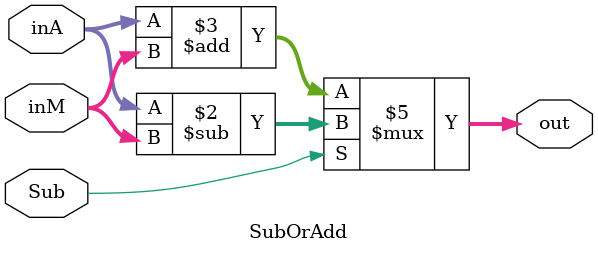
<source format=v>
module SubOrAdd(
  input      [7:0]inA,inM,
  input      Sub,
  output reg [7:0]out
  );

  always@(Sub)
   begin
    if(Sub)
      out=inA-inM;
    else
      out=inA+inM;
   end

  endmodule 


</source>
